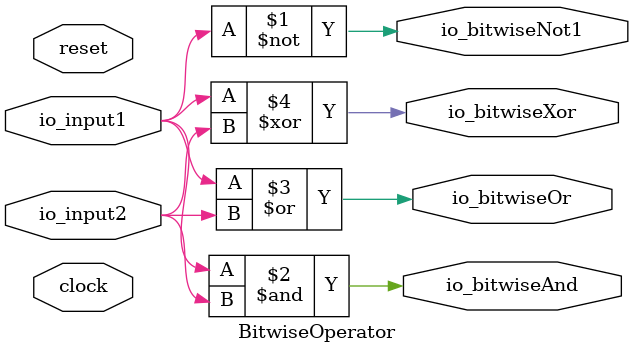
<source format=v>
module BitwiseOperator( // @[:@3.2]
  input   clock, // @[:@4.4]
  input   reset, // @[:@5.4]
  input   io_input1, // @[:@6.4]
  input   io_input2, // @[:@6.4]
  output  io_bitwiseNot1, // @[:@6.4]
  output  io_bitwiseAnd, // @[:@6.4]
  output  io_bitwiseOr, // @[:@6.4]
  output  io_bitwiseXor // @[:@6.4]
);
  assign io_bitwiseNot1 = ~ io_input1; // @[BitwiseOperator.scala 13:18:@9.4]
  assign io_bitwiseAnd = io_input1 & io_input2; // @[BitwiseOperator.scala 14:18:@11.4]
  assign io_bitwiseOr = io_input1 | io_input2; // @[BitwiseOperator.scala 15:18:@13.4]
  assign io_bitwiseXor = io_input1 ^ io_input2; // @[BitwiseOperator.scala 16:18:@15.4]
endmodule

</source>
